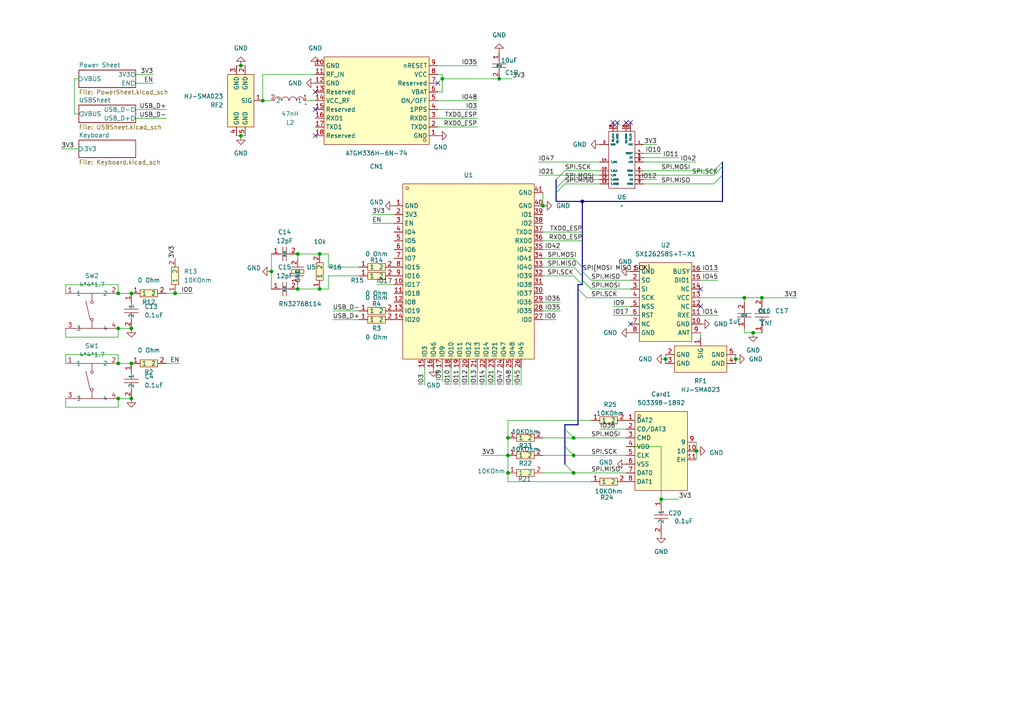
<source format=kicad_sch>
(kicad_sch (version 20250114) (generator "eeschema") (generator_version "9.0")
  (paper "A4")
  (title_block (title "MeshDeck") (company "ThePangel"))
  (lib_symbols
    (symbol "MeshDeck:0402B102K500NT"
      (property "Reference" "C" (at 0 5.08 0))
      (property "Value" "CL05A226MQ5QUNC" (at 0 -5.08 0))
      (symbol "0402B102K500NT_0_1"
        (polyline (pts (xy -0.51 0) (xy -2.54 0)))
        (polyline (pts (xy -0.51 -2.03) (xy -0.51 2.03)))
        (polyline (pts (xy 0.51 2.03) (xy 0.51 -2.03)))
        (polyline (pts (xy 2.54 0) (xy 0.51 0)))
        (pin unspecified line (at -5.08 0 0) (length 2.54) (name "1") (number "1"))
        (pin unspecified line (at 5.08 0 180) (length 2.54) (name "2") (number "2"))
      )
    )
    (symbol "MeshDeck:0402CG120J500NT"
      (property "Reference" "C" (at 0 5.08 0))
      (property "Value" "0402CG120J500NT" (at 0 -5.08 0))
      (symbol "0402CG120J500NT_0_1"
        (polyline (pts (xy -1.27 0) (xy -0.51 0)))
        (polyline (pts (xy -0.51 2.03) (xy -0.51 -2.03)))
        (polyline (pts (xy 0.51 2.03) (xy 0.51 -2.03)))
        (polyline (pts (xy 0.51 0) (xy 1.27 0)))
        (pin input line (at -3.81 0 0) (length 2.54) (name "1") (number "1"))
        (pin input line (at 3.81 0 180) (length 2.54) (name "2") (number "2"))
      )
    )
    (symbol "MeshDeck:0402WGF0000TCE"
      (property "Reference" "R" (at 0 5.08 0))
      (property "Value" "0402WGF0000TCE" (at 0 -5.08 0))
      (symbol "0402WGF0000TCE_0_1"
        (rectangle (start -2.54 1.02) (end 2.54 -1.02) (fill (type background)))
        (pin input line (at -5.08 0 0) (length 2.54) (name "1") (number "1"))
        (pin input line (at 5.08 0 180) (length 2.54) (name "2") (number "2"))
      )
    )
    (symbol "MeshDeck:0402WGF1002TCE"
      (property "Reference" "R" (at 0 5.08 0))
      (property "Value" "0402WGF1002TCE" (at 0 -5.08 0))
      (symbol "0402WGF1002TCE_0_1"
        (rectangle (start -2.54 1.02) (end 2.54 -1.02) (fill (type background)))
        (pin input line (at -5.08 0 0) (length 2.54) (name "1") (number "1"))
        (pin input line (at 5.08 0 180) (length 2.54) (name "2") (number "2"))
      )
    )
    (symbol "MeshDeck:2.8_TFT_Touch_Screen"
      (property "Reference" "U" (at 0 2.794 0))
      (symbol "2.8_TFT_Touch_Screen_0_1"
        (rectangle (start -3.81 10.16) (end 3.81 -6.35))
      )
      (symbol "2.8_TFT_Touch_Screen_1_1"
        (pin input line (at -6.35 6.35 0) (length 2.54) (name "GND") (number "2"))
        (pin input line (at -6.35 1.27 0) (length 2.54) (name "T_IRQ") (number "14"))
        (pin input line (at -6.35 -1.27 0) (length 2.54) (name "T_CLK") (number "10"))
        (pin input line (at -6.35 -2.54 0) (length 2.54) (name "T_CS") (number "11"))
        (pin input line (at -6.35 -3.81 0) (length 2.54) (name "T_MOSI") (number "12"))
        (pin input line (at -6.35 -5.08 0) (length 2.54) (name "T_MISO") (number "13"))
        (pin input line (at -2.54 12.7 270) (length 2.54) (name "SD_CLK") (number "18"))
        (pin input line (at -1.27 12.7 270) (length 2.54) (name "SD_MISO") (number "17"))
        (pin input line (at 1.27 12.7 270) (length 2.54) (name "SD_MOSI") (number "16"))
        (pin input line (at 2.54 12.7 270) (length 2.54) (name "SD_CS") (number "15"))
        (pin input line (at 6.35 6.35 180) (length 2.54) (name "VCC") (number "1"))
        (pin input line (at 6.35 3.81 180) (length 2.54) (name "RESET") (number "4"))
        (pin input line (at 6.35 2.54 180) (length 2.54) (name "DC") (number "5"))
        (pin input line (at 6.35 1.27 180) (length 2.54) (name "LED") (number "8"))
        (pin input line (at 6.35 -1.27 180) (length 2.54) (name "MOSI") (number "6"))
        (pin input line (at 6.35 -2.54 180) (length 2.54) (name "SCK") (number "7"))
        (pin input line (at 6.35 -3.81 180) (length 2.54) (name "CS") (number "3"))
        (pin input line (at 6.35 -5.08 180) (length 2.54) (name "MISO") (number "9"))
      )
    )
    (symbol "MeshDeck:4*4*1.7"
      (property "Reference" "SW" (at 0 8.89 0))
      (property "Value" "4*4*1.7" (at 0 -11.43 0))
      (symbol "4*4*1.7_0_1"
        (polyline (pts (xy -5.08 3.81) (xy 5.08 3.81)))
        (polyline (pts (xy -5.08 -6.35) (xy 5.08 -6.35)))
        (polyline (pts (xy -0.51 -3.81) (xy -1.78 1.52)))
        (polyline (pts (xy 0 1.78) (xy 0 3.81)))
        (circle (center 0 1.27) (radius 0.38))
        (circle (center 0 -3.81) (radius 0.38))
        (polyline (pts (xy 0 -4.32) (xy 0 -6.35)))
        (pin unspecified line (at -7.62 3.81 0) (length 2.54) (name "1") (number "1"))
        (pin unspecified line (at -7.62 -6.35 0) (length 2.54) (name "3") (number "3"))
        (pin unspecified line (at 7.62 3.81 180) (length 2.54) (name "2") (number "2"))
        (pin unspecified line (at 7.62 -6.35 180) (length 2.54) (name "4") (number "4"))
      )
    )
    (symbol "MeshDeck:503398-1892"
      (property "Reference" "Card" (at 0 13.97 0))
      (property "Value" "503398-1892" (at 0 -13.97 0))
      (symbol "503398-1892_0_1"
        (rectangle (start -7.62 11.43) (end 7.62 -11.43) (fill (type background)))
        (circle (center -6.35 10.16) (radius 0.38))
        (pin unspecified line (at -10.16 8.89 0) (length 2.54) (name "DAT2") (number "1"))
        (pin unspecified line (at -10.16 6.35 0) (length 2.54) (name "CD/DAT3") (number "2"))
        (pin unspecified line (at -10.16 3.81 0) (length 2.54) (name "CMD") (number "3"))
        (pin unspecified line (at -10.16 1.27 0) (length 2.54) (name "VDD") (number "4"))
        (pin unspecified line (at -10.16 -1.27 0) (length 2.54) (name "CLK") (number "5"))
        (pin unspecified line (at -10.16 -3.81 0) (length 2.54) (name "VSS") (number "6"))
        (pin unspecified line (at -10.16 -6.35 0) (length 2.54) (name "DAT0") (number "7"))
        (pin unspecified line (at -10.16 -8.89 0) (length 2.54) (name "DAT1") (number "8"))
        (pin unspecified line (at 10.16 2.54 180) (length 2.54) (name "9") (number "9"))
        (pin unspecified line (at 10.16 0 180) (length 2.54) (name "10") (number "10"))
        (pin unspecified line (at 10.16 -2.54 180) (length 2.54) (name "EH") (number "11"))
      )
    )
    (symbol "MeshDeck:ATGM336H-6N-74"
      (property "Reference" "CN" (at 0 15.24 0))
      (property "Value" "ATGM336H-6N-74" (at 0 -15.24 0))
      (symbol "ATGM336H-6N-74_0_1"
        (rectangle (start -15.24 12.7) (end 15.24 -12.7) (fill (type background)))
        (circle (center -13.97 11.43) (radius 0.38))
        (pin unspecified line (at -17.78 10.16 0) (length 2.54) (name "GND") (number "1"))
        (pin unspecified line (at -17.78 7.62 0) (length 2.54) (name "TXD0") (number "2"))
        (pin unspecified line (at -17.78 5.08 0) (length 2.54) (name "RXD0") (number "3"))
        (pin unspecified line (at -17.78 2.54 0) (length 2.54) (name "1PPS") (number "4"))
        (pin unspecified line (at -17.78 0 0) (length 2.54) (name "ON/OFF") (number "5"))
        (pin unspecified line (at -17.78 -2.54 0) (length 2.54) (name "VBAT") (number "6"))
        (pin unspecified line (at -17.78 -5.08 0) (length 2.54) (name "Reserved") (number "7"))
        (pin unspecified line (at -17.78 -7.62 0) (length 2.54) (name "VCC") (number "8"))
        (pin unspecified line (at -17.78 -10.16 0) (length 2.54) (name "nRESET") (number "9"))
        (pin unspecified line (at 17.78 10.16 180) (length 2.54) (name "Reserved") (number "18"))
        (pin unspecified line (at 17.78 7.62 180) (length 2.54) (name "TXD1") (number "17"))
        (pin unspecified line (at 17.78 5.08 180) (length 2.54) (name "RXD1") (number "16"))
        (pin unspecified line (at 17.78 2.54 180) (length 2.54) (name "Reserved") (number "15"))
        (pin unspecified line (at 17.78 0 180) (length 2.54) (name "VCC_RF") (number "14"))
        (pin unspecified line (at 17.78 -2.54 180) (length 2.54) (name "Reserved") (number "13"))
        (pin unspecified line (at 17.78 -5.08 180) (length 2.54) (name "GND") (number "12"))
        (pin unspecified line (at 17.78 -7.62 180) (length 2.54) (name "RF_IN") (number "11"))
        (pin unspecified line (at 17.78 -10.16 180) (length 2.54) (name "GND") (number "10"))
      )
    )
    (symbol "MeshDeck:CL05A105KP5NNNC"
      (property "Reference" "C" (at 0 5.08 0))
      (property "Value" "CL05A105KP5NNNC" (at 0 -5.08 0))
      (symbol "CL05A105KP5NNNC_0_1"
        (polyline (pts (xy -1.27 0) (xy -0.51 0)))
        (polyline (pts (xy -0.51 2.03) (xy -0.51 -2.03)))
        (polyline (pts (xy 0.51 2.03) (xy 0.51 -2.03)))
        (polyline (pts (xy 0.51 0) (xy 1.27 0)))
        (pin input line (at -3.81 0 0) (length 2.54) (name "1") (number "1"))
        (pin input line (at 3.81 0 180) (length 2.54) (name "2") (number "2"))
      )
    )
    (symbol "MeshDeck:CL05A106MQ5NUNC"
      (property "Reference" "C" (at 0 5.08 0))
      (property "Value" "CL05A106MQ5NUNC" (at 0 -5.08 0))
      (symbol "CL05A106MQ5NUNC_0_1"
        (polyline (pts (xy -1.27 0) (xy -0.51 0)))
        (polyline (pts (xy -0.51 2.03) (xy -0.51 -2.03)))
        (polyline (pts (xy 0.51 2.03) (xy 0.51 -2.03)))
        (polyline (pts (xy 0.51 0) (xy 1.27 0)))
        (pin input line (at -3.81 0 0) (length 2.54) (name "1") (number "1"))
        (pin input line (at 3.81 0 180) (length 2.54) (name "2") (number "2"))
      )
    )
    (symbol "MeshDeck:CL05B104KO5NNNC"
      (property "Reference" "C" (at 0 5.08 0))
      (property "Value" "CL05B104KO5NNNC" (at 0 -5.08 0))
      (symbol "CL05B104KO5NNNC_0_1"
        (polyline (pts (xy -0.51 0) (xy -2.54 0)))
        (polyline (pts (xy -0.51 -2.03) (xy -0.51 2.03)))
        (polyline (pts (xy 0.51 2.03) (xy 0.51 -2.03)))
        (polyline (pts (xy 2.54 0) (xy 0.51 0)))
        (pin unspecified line (at -5.08 0 0) (length 2.54) (name "1") (number "1"))
        (pin unspecified line (at 5.08 0 180) (length 2.54) (name "2") (number "2"))
      )
    )
    (symbol "MeshDeck:ESP32-S3-WROOM-1U-N16R8"
      (property "Reference" "U" (at 0 27.94 0))
      (symbol "ESP32-S3-WROOM-1U-N16R8_0_1"
        (rectangle (start -19.05 30.48) (end 19.05 -20.32) (fill (type background)))
        (circle (center -17.78 29.21) (radius 0.38))
        (pin unspecified line (at -21.59 24.13 0) (length 2.54) (name "GND") (number "1"))
        (pin unspecified line (at -21.59 21.59 0) (length 2.54) (name "3V3") (number "2"))
        (pin unspecified line (at -21.59 19.05 0) (length 2.54) (name "EN") (number "3"))
        (pin unspecified line (at -21.59 16.51 0) (length 2.54) (name "IO4") (number "4"))
        (pin unspecified line (at -21.59 13.97 0) (length 2.54) (name "IO5") (number "5"))
        (pin unspecified line (at -21.59 11.43 0) (length 2.54) (name "IO6") (number "6"))
        (pin unspecified line (at -21.59 8.89 0) (length 2.54) (name "IO7") (number "7"))
        (pin unspecified line (at -21.59 6.35 0) (length 2.54) (name "IO15") (number "8"))
        (pin unspecified line (at -21.59 3.81 0) (length 2.54) (name "IO16") (number "9"))
        (pin unspecified line (at -21.59 1.27 0) (length 2.54) (name "IO17") (number "10"))
        (pin unspecified line (at -21.59 -1.27 0) (length 2.54) (name "IO18") (number "11"))
        (pin unspecified line (at -21.59 -3.81 0) (length 2.54) (name "IO8") (number "12"))
        (pin unspecified line (at -21.59 -6.35 0) (length 2.54) (name "IO19") (number "13"))
        (pin unspecified line (at -21.59 -8.89 0) (length 2.54) (name "IO20") (number "14"))
        (pin unspecified line (at -12.7 -22.86 90) (length 2.54) (name "IO3") (number "15"))
        (pin unspecified line (at -10.16 -22.86 90) (length 2.54) (name "IO46") (number "16"))
        (pin unspecified line (at -7.62 -22.86 90) (length 2.54) (name "IO9") (number "17"))
        (pin unspecified line (at -5.08 -22.86 90) (length 2.54) (name "IO10") (number "18"))
        (pin unspecified line (at -2.54 -22.86 90) (length 2.54) (name "IO11") (number "19"))
        (pin unspecified line (at 0 -22.86 90) (length 2.54) (name "IO12") (number "20"))
        (pin unspecified line (at 2.54 -22.86 90) (length 2.54) (name "IO13") (number "21"))
        (pin unspecified line (at 5.08 -22.86 90) (length 2.54) (name "IO14") (number "22"))
        (pin unspecified line (at 7.62 -22.86 90) (length 2.54) (name "IO21") (number "23"))
        (pin unspecified line (at 10.16 -22.86 90) (length 2.54) (name "IO47") (number "24"))
        (pin unspecified line (at 12.7 -22.86 90) (length 2.54) (name "IO48") (number "25"))
        (pin unspecified line (at 15.24 -22.86 90) (length 2.54) (name "IO45") (number "26"))
        (pin unspecified line (at 21.59 27.94 180) (length 2.54) (name "GND") (number "41"))
        (pin unspecified line (at 21.59 24.13 180) (length 2.54) (name "GND") (number "40"))
        (pin unspecified line (at 21.59 21.59 180) (length 2.54) (name "IO1") (number "39"))
        (pin unspecified line (at 21.59 19.05 180) (length 2.54) (name "IO2") (number "38"))
        (pin unspecified line (at 21.59 16.51 180) (length 2.54) (name "TXD0") (number "37"))
        (pin unspecified line (at 21.59 13.97 180) (length 2.54) (name "RXD0") (number "36"))
        (pin unspecified line (at 21.59 11.43 180) (length 2.54) (name "IO42") (number "35"))
        (pin unspecified line (at 21.59 8.89 180) (length 2.54) (name "IO41") (number "34"))
        (pin unspecified line (at 21.59 6.35 180) (length 2.54) (name "IO40") (number "33"))
        (pin unspecified line (at 21.59 3.81 180) (length 2.54) (name "IO39") (number "32"))
        (pin unspecified line (at 21.59 1.27 180) (length 2.54) (name "IO38") (number "31"))
        (pin unspecified line (at 21.59 -1.27 180) (length 2.54) (name "IO37") (number "30"))
        (pin unspecified line (at 21.59 -3.81 180) (length 2.54) (name "IO36") (number "29"))
        (pin unspecified line (at 21.59 -6.35 180) (length 2.54) (name "IO35") (number "28"))
        (pin unspecified line (at 21.59 -8.89 180) (length 2.54) (name "IO0") (number "27"))
      )
    )
    (symbol "MeshDeck:HJ-SMA023"
      (property "Reference" "RF" (at 0 15.24 0))
      (property "Value" "HJ-SMA023" (at 0 -15.24 0))
      (symbol "HJ-SMA023_0_1"
        (rectangle (start -2.54 7.62) (end 5.08 -7.62) (fill (type background)))
        (pin unspecified line (at -5.08 0 0) (length 2.54) (name "SIG") (number "1"))
        (pin unspecified line (at 0 10.16 270) (length 2.54) (name "GND") (number "5"))
        (pin unspecified line (at 0 -10.16 90) (length 2.54) (name "GND") (number "2"))
        (pin unspecified line (at 2.54 10.16 270) (length 2.54) (name "GND") (number "4"))
        (pin unspecified line (at 2.54 -10.16 90) (length 2.54) (name "GND") (number "3"))
      )
    )
    (symbol "MeshDeck:LQG15HH47NG02D"
      (property "Reference" "L" (at 0 5.08 0))
      (property "Value" "LQG15HH47NG02D" (at 0 -5.08 0))
      (symbol "LQG15HH47NG02D_0_1"
        (circle (center -4.83 1.02) (radius 0.13))
        (arc (start -2.27 -0.02) (mid -3.28 -1.1255) (end -4.29 -0.02))
        (arc (start -0.11 -0.02) (mid -1.12 -1.1204) (end -2.13 -0.02))
        (arc (start 2.04 -0.02) (mid 1.03 -1.1204) (end 0.02 -0.02))
        (arc (start 4.23 -0.02) (mid 3.22 -1.1204) (end 2.21 -0.02))
        (pin unspecified line (at -5.08 0 0) (length 0.762) (name "1") (number "1"))
        (pin unspecified line (at 5.08 0 180) (length 0.762) (name "2") (number "2"))
      )
    )
    (symbol "MeshDeck:QR0402F1KQ10"
      (property "Reference" "R" (at 0 5.08 0))
      (property "Value" "QR0402F1KQ10" (at 0 -5.08 0))
      (symbol "QR0402F1KQ10_0_1"
        (rectangle (start -2.54 1.02) (end 2.54 -1.02) (fill (type background)))
        (pin unspecified line (at -5.08 0 0) (length 2.54) (name "1") (number "1"))
        (pin unspecified line (at 5.08 0 180) (length 2.54) (name "2") (number "2"))
      )
    )
    (symbol "MeshDeck:RN32768114"
      (property "Reference" "U" (at 0 5.08 0))
      (property "Value" "RN32768114" (at 0 -5.08 0))
      (symbol "RN32768114_0_1"
        (polyline (pts (xy -1.27 -1.78) (xy -1.27 1.78)))
        (rectangle (start -0.51 1.78) (end 0.51 -1.78) (fill (type background)))
        (polyline (pts (xy 1.27 -1.78) (xy 1.27 1.78)))
        (pin input line (at -3.81 0 0) (length 2.54) (name "1") (number "1"))
        (pin input line (at 3.81 0 180) (length 2.54) (name "GND") (number "2"))
      )
    )
    (symbol "MeshDeck:SX1262S8S+T-X1"
      (property "Reference" "U" (at 0 12.7 0))
      (property "Value" "SX1262S8S+T-X1" (at 0 -15.24 0))
      (symbol "SX1262S8S+T-X1_0_1"
        (rectangle (start -7.62 10.16) (end 7.62 -12.7) (fill (type background)))
        (circle (center -6.35 8.89) (radius 0.38))
        (pin unspecified line (at -10.16 7.62 0) (length 2.54) (name "GND") (number "1"))
        (pin unspecified line (at -10.16 5.08 0) (length 2.54) (name "SO") (number "2"))
        (pin unspecified line (at -10.16 2.54 0) (length 2.54) (name "SI") (number "3"))
        (pin unspecified line (at -10.16 0 0) (length 2.54) (name "SCK") (number "4"))
        (pin unspecified line (at -10.16 -2.54 0) (length 2.54) (name "NSS") (number "5"))
        (pin unspecified line (at -10.16 -5.08 0) (length 2.54) (name "RST") (number "6"))
        (pin unspecified line (at -10.16 -7.62 0) (length 2.54) (name "NC") (number "7"))
        (pin unspecified line (at -10.16 -10.16 0) (length 2.54) (name "GND") (number "8"))
        (pin unspecified line (at 10.16 7.62 180) (length 2.54) (name "BUSY") (number "16"))
        (pin unspecified line (at 10.16 5.08 180) (length 2.54) (name "DIO1") (number "15"))
        (pin unspecified line (at 10.16 2.54 180) (length 2.54) (name "NC") (number "14"))
        (pin unspecified line (at 10.16 0 180) (length 2.54) (name "VCC") (number "13"))
        (pin unspecified line (at 10.16 -2.54 180) (length 2.54) (name "NC") (number "12"))
        (pin unspecified line (at 10.16 -5.08 180) (length 2.54) (name "RXE") (number "11"))
        (pin unspecified line (at 10.16 -7.62 180) (length 2.54) (name "GND") (number "10"))
        (pin unspecified line (at 10.16 -10.16 180) (length 2.54) (name "ANT") (number "9"))
      )
    )
    (symbol "power:GND" (power) (pin_numbers (hide yes)) (pin_names (offset 0) (hide yes))
      (property "Value" "GND" (at 0 -3.81 0))
      (symbol "GND_0_1"
        (polyline (pts (xy 0 0) (xy 0 -1.27) (xy 1.27 -1.27) (xy 0 -2.54) (xy -1.27 -1.27) (xy 0 -1.27)))
      )
      (symbol "GND_1_1"
        (pin power_in line (at 0 0 270) (length 0) (name "~") (number "1"))
      )
    )
  )
  (junction (at 191.77 144.78))
  (junction (at 193.04 104.14))
  (junction (at 86.36 83.82))
  (junction (at 38.1 115.57))
  (junction (at 157.48 59.69))
  (junction (at 34.29 85.09))
  (junction (at 50.8 85.09))
  (junction (at 38.1 95.25))
  (junction (at 201.93 130.81))
  (junction (at 215.9 86.36))
  (junction (at 168.91 58.42))
  (junction (at 147.32 137.16))
  (junction (at 86.36 73.66))
  (junction (at 34.29 115.57))
  (junction (at 166.37 127))
  (junction (at 218.44 96.52))
  (junction (at 92.71 83.82))
  (junction (at 38.1 85.09))
  (junction (at 213.36 104.14))
  (junction (at 147.32 132.08))
  (junction (at 147.32 127))
  (junction (at 34.29 105.41))
  (junction (at 220.98 86.36))
  (junction (at 69.85 19.05))
  (junction (at 128.27 22.86))
  (junction (at 69.85 39.37))
  (junction (at 34.29 95.25))
  (junction (at 78.74 78.74))
  (junction (at 144.78 22.86))
  (junction (at 166.37 137.16))
  (junction (at 166.37 132.08))
  (junction (at 38.1 105.41))
  (junction (at 76.2 29.21))
  (junction (at 92.71 73.66))
  (no_connect (at 179.07 35.56))
  (no_connect (at 203.2 88.9))
  (no_connect (at 181.61 35.56))
  (no_connect (at 177.8 35.56))
  (no_connect (at 127 24.13))
  (no_connect (at 91.44 39.37))
  (no_connect (at 182.88 35.56))
  (no_connect (at 91.44 26.67))
  (no_connect (at 182.88 93.98))
  (no_connect (at 91.44 31.75))
  (no_connect (at 203.2 83.82))
  (bus_entry (at 161.29 55.88) (size 2.54 -2.54))
  (bus_entry (at 207.01 49.53) (size 2.54 -2.54))
  (bus_entry (at 166.37 74.93) (size 2.54 2.54))
  (bus_entry (at 168.91 78.74) (size 2.54 2.54))
  (bus_entry (at 207.01 53.34) (size 2.54 -2.54))
  (bus_entry (at 167.64 83.82) (size 2.54 2.54))
  (bus_entry (at 166.37 80.01) (size 2.54 2.54))
  (bus_entry (at 163.83 134.62) (size 2.54 2.54))
  (bus_entry (at 161.29 52.07) (size 2.54 -2.54))
  (bus_entry (at 166.37 77.47) (size 2.54 2.54))
  (bus_entry (at 168.91 81.28) (size 2.54 2.54))
  (bus_entry (at 163.83 124.46) (size 2.54 2.54))
  (bus_entry (at 207.01 50.8) (size 2.54 -2.54))
  (bus_entry (at 163.83 129.54) (size 2.54 2.54))
  (bus_entry (at 161.29 54.61) (size 2.54 -2.54))
  (wire (pts (xy 50.8 85.09) (xy 48.26 85.09)))
  (wire (pts (xy 147.32 132.08) (xy 147.32 137.16)))
  (wire (pts (xy 186.69 49.53) (xy 207.01 49.53)))
  (wire (pts (xy 220.98 96.52) (xy 218.44 96.52)))
  (wire (pts (xy 19.05 102.87) (xy 34.29 102.87)))
  (wire (pts (xy 128.27 21.59) (xy 127 21.59)))
  (wire (pts (xy 95.25 77.47) (xy 95.25 73.66)))
  (wire (pts (xy 157.48 74.93) (xy 166.37 74.93)))
  (bus (pts (xy 168.91 78.74) (xy 168.91 80.01)))
  (wire (pts (xy 34.29 115.57) (xy 38.1 115.57)))
  (wire (pts (xy 203.2 97.79) (xy 203.2 96.52)))
  (wire (pts (xy 147.32 139.7) (xy 147.32 137.16)))
  (wire (pts (xy 177.8 91.44) (xy 182.88 91.44)))
  (wire (pts (xy 86.36 82.55) (xy 86.36 83.82)))
  (wire (pts (xy 220.98 86.36) (xy 215.9 86.36)))
  (wire (pts (xy 69.85 19.05) (xy 68.58 19.05)))
  (wire (pts (xy 144.78 22.86) (xy 128.27 22.86)))
  (wire (pts (xy 135.89 111.76) (xy 135.89 106.68)))
  (wire (pts (xy 215.9 96.52) (xy 215.9 95.25)))
  (wire (pts (xy 191.77 129.54) (xy 181.61 129.54)))
  (wire (pts (xy 162.56 72.39) (xy 157.48 72.39)))
  (wire (pts (xy 148.59 111.76) (xy 148.59 106.68)))
  (wire (pts (xy 19.05 85.09) (xy 19.05 82.55)))
  (wire (pts (xy 156.21 50.8) (xy 173.99 50.8)))
  (wire (pts (xy 218.44 96.52) (xy 215.9 96.52)))
  (wire (pts (xy 34.29 82.55) (xy 34.29 85.09)))
  (wire (pts (xy 203.2 78.74) (xy 208.28 78.74)))
  (wire (pts (xy 138.43 34.29) (xy 127 34.29)))
  (wire (pts (xy 157.48 132.08) (xy 166.37 132.08)))
  (wire (pts (xy 78.74 78.74) (xy 78.74 83.82)))
  (bus (pts (xy 161.29 54.61) (xy 161.29 55.88)))
  (wire (pts (xy 138.43 31.75) (xy 127 31.75)))
  (wire (pts (xy 163.83 49.53) (xy 173.99 49.53)))
  (wire (pts (xy 191.77 144.78) (xy 191.77 129.54)))
  (wire (pts (xy 17.78 43.18) (xy 22.86 43.18)))
  (bus (pts (xy 168.91 80.01) (xy 168.91 81.28)))
  (wire (pts (xy 71.12 19.05) (xy 69.85 19.05)))
  (wire (pts (xy 21.59 33.02) (xy 21.59 22.86)))
  (wire (pts (xy 166.37 127) (xy 181.61 127)))
  (wire (pts (xy 128.27 22.86) (xy 128.27 21.59)))
  (bus (pts (xy 168.91 81.28) (xy 168.91 82.55)))
  (wire (pts (xy 171.45 139.7) (xy 147.32 139.7)))
  (wire (pts (xy 190.5 41.91) (xy 186.69 41.91)))
  (wire (pts (xy 157.48 80.01) (xy 166.37 80.01)))
  (wire (pts (xy 143.51 111.76) (xy 143.51 106.68)))
  (wire (pts (xy 203.2 91.44) (xy 208.28 91.44)))
  (wire (pts (xy 168.91 69.85) (xy 157.48 69.85)))
  (wire (pts (xy 166.37 132.08) (xy 181.61 132.08)))
  (wire (pts (xy 156.21 46.99) (xy 173.99 46.99)))
  (wire (pts (xy 86.36 74.93) (xy 86.36 73.66)))
  (wire (pts (xy 163.83 52.07) (xy 173.99 52.07)))
  (wire (pts (xy 39.37 24.13) (xy 44.45 24.13)))
  (wire (pts (xy 168.91 67.31) (xy 157.48 67.31)))
  (wire (pts (xy 76.2 21.59) (xy 76.2 29.21)))
  (bus (pts (xy 209.55 50.8) (xy 209.55 48.26)))
  (wire (pts (xy 146.05 111.76) (xy 146.05 106.68)))
  (bus (pts (xy 161.29 58.42) (xy 168.91 58.42)))
  (wire (pts (xy 104.14 80.01) (xy 95.25 80.01)))
  (wire (pts (xy 186.69 52.07) (xy 190.5 52.07)))
  (wire (pts (xy 162.56 87.63) (xy 157.48 87.63)))
  (wire (pts (xy 19.05 82.55) (xy 34.29 82.55)))
  (wire (pts (xy 186.69 50.8) (xy 207.01 50.8)))
  (wire (pts (xy 151.13 111.76) (xy 151.13 106.68)))
  (wire (pts (xy 34.29 102.87) (xy 34.29 105.41)))
  (bus (pts (xy 167.64 82.55) (xy 167.64 83.82)))
  (wire (pts (xy 166.37 137.16) (xy 181.61 137.16)))
  (wire (pts (xy 22.86 33.02) (xy 21.59 33.02)))
  (wire (pts (xy 147.32 121.92) (xy 171.45 121.92)))
  (wire (pts (xy 193.04 104.14) (xy 193.04 105.41)))
  (wire (pts (xy 148.59 22.86) (xy 144.78 22.86)))
  (wire (pts (xy 203.2 86.36) (xy 215.9 86.36)))
  (wire (pts (xy 48.26 31.75) (xy 39.37 31.75)))
  (wire (pts (xy 86.36 83.82) (xy 92.71 83.82)))
  (wire (pts (xy 201.93 128.27) (xy 201.93 130.81)))
  (wire (pts (xy 34.29 118.11) (xy 34.29 115.57)))
  (wire (pts (xy 157.48 137.16) (xy 166.37 137.16)))
  (bus (pts (xy 167.64 123.19) (xy 167.64 83.82)))
  (wire (pts (xy 128.27 110.49) (xy 128.27 106.68)))
  (wire (pts (xy 161.29 92.71) (xy 157.48 92.71)))
  (wire (pts (xy 171.45 83.82) (xy 182.88 83.82)))
  (wire (pts (xy 95.25 83.82) (xy 92.71 83.82)))
  (bus (pts (xy 161.29 52.07) (xy 161.29 54.61)))
  (wire (pts (xy 48.26 34.29) (xy 39.37 34.29)))
  (wire (pts (xy 147.32 127) (xy 147.32 132.08)))
  (wire (pts (xy 140.97 111.76) (xy 140.97 106.68)))
  (bus (pts (xy 168.91 58.42) (xy 209.55 58.42)))
  (wire (pts (xy 88.9 29.21) (xy 91.44 29.21)))
  (wire (pts (xy 109.22 82.55) (xy 114.3 82.55)))
  (wire (pts (xy 138.43 36.83) (xy 127 36.83)))
  (wire (pts (xy 34.29 97.79) (xy 34.29 95.25)))
  (wire (pts (xy 170.18 86.36) (xy 182.88 86.36)))
  (wire (pts (xy 130.81 111.76) (xy 130.81 106.68)))
  (bus (pts (xy 167.64 82.55) (xy 168.91 82.55)))
  (wire (pts (xy 39.37 21.59) (xy 44.45 21.59)))
  (bus (pts (xy 163.83 123.19) (xy 163.83 124.46)))
  (wire (pts (xy 34.29 85.09) (xy 38.1 85.09)))
  (wire (pts (xy 147.32 121.92) (xy 147.32 127)))
  (bus (pts (xy 161.29 55.88) (xy 161.29 58.42)))
  (wire (pts (xy 157.48 127) (xy 166.37 127)))
  (bus (pts (xy 209.55 58.42) (xy 209.55 50.8)))
  (wire (pts (xy 107.95 62.23) (xy 114.3 62.23)))
  (wire (pts (xy 186.69 45.72) (xy 196.85 45.72)))
  (wire (pts (xy 96.52 90.17) (xy 104.14 90.17)))
  (wire (pts (xy 19.05 115.57) (xy 19.05 118.11)))
  (wire (pts (xy 171.45 81.28) (xy 182.88 81.28)))
  (wire (pts (xy 69.85 39.37) (xy 68.58 39.37)))
  (wire (pts (xy 86.36 73.66) (xy 92.71 73.66)))
  (wire (pts (xy 138.43 19.05) (xy 127 19.05)))
  (wire (pts (xy 163.83 53.34) (xy 173.99 53.34)))
  (wire (pts (xy 213.36 104.14) (xy 213.36 105.41)))
  (bus (pts (xy 168.91 58.42) (xy 168.91 77.47)))
  (wire (pts (xy 128.27 26.67) (xy 128.27 22.86)))
  (bus (pts (xy 209.55 48.26) (xy 209.55 46.99)))
  (wire (pts (xy 220.98 86.36) (xy 231.14 86.36)))
  (wire (pts (xy 19.05 105.41) (xy 19.05 102.87)))
  (wire (pts (xy 215.9 86.36) (xy 215.9 87.63)))
  (wire (pts (xy 147.32 132.08) (xy 139.7 132.08)))
  (wire (pts (xy 104.14 77.47) (xy 95.25 77.47)))
  (wire (pts (xy 96.52 92.71) (xy 104.14 92.71)))
  (wire (pts (xy 157.48 77.47) (xy 166.37 77.47)))
  (wire (pts (xy 107.95 64.77) (xy 114.3 64.77)))
  (wire (pts (xy 19.05 95.25) (xy 19.05 97.79)))
  (wire (pts (xy 78.74 73.66) (xy 78.74 78.74)))
  (bus (pts (xy 168.91 78.74) (xy 168.91 77.47)))
  (wire (pts (xy 123.19 111.76) (xy 123.19 106.68)))
  (wire (pts (xy 71.12 39.37) (xy 69.85 39.37)))
  (wire (pts (xy 157.48 55.88) (xy 157.48 59.69)))
  (wire (pts (xy 173.99 124.46) (xy 181.61 124.46)))
  (wire (pts (xy 177.8 88.9) (xy 182.88 88.9)))
  (wire (pts (xy 52.07 105.41) (xy 48.26 105.41)))
  (wire (pts (xy 55.88 85.09) (xy 50.8 85.09)))
  (wire (pts (xy 19.05 97.79) (xy 34.29 97.79)))
  (wire (pts (xy 133.35 111.76) (xy 133.35 106.68)))
  (wire (pts (xy 186.69 44.45) (xy 191.77 44.45)))
  (bus (pts (xy 163.83 123.19) (xy 167.64 123.19)))
  (wire (pts (xy 127 26.67) (xy 128.27 26.67)))
  (wire (pts (xy 138.43 29.21) (xy 127 29.21)))
  (wire (pts (xy 91.44 21.59) (xy 76.2 21.59)))
  (wire (pts (xy 95.25 73.66) (xy 92.71 73.66)))
  (wire (pts (xy 196.85 144.78) (xy 191.77 144.78)))
  (wire (pts (xy 34.29 95.25) (xy 38.1 95.25)))
  (bus (pts (xy 163.83 124.46) (xy 163.83 129.54)))
  (wire (pts (xy 186.69 46.99) (xy 201.93 46.99)))
  (wire (pts (xy 78.74 29.21) (xy 76.2 29.21)))
  (bus (pts (xy 163.83 129.54) (xy 163.83 134.62)))
  (wire (pts (xy 213.36 102.87) (xy 213.36 104.14)))
  (wire (pts (xy 34.29 105.41) (xy 38.1 105.41)))
  (wire (pts (xy 19.05 118.11) (xy 34.29 118.11)))
  (wire (pts (xy 203.2 81.28) (xy 208.28 81.28)))
  (wire (pts (xy 95.25 80.01) (xy 95.25 83.82)))
  (wire (pts (xy 162.56 90.17) (xy 157.48 90.17)))
  (wire (pts (xy 21.59 22.86) (xy 22.86 22.86)))
  (wire (pts (xy 201.93 130.81) (xy 201.93 133.35)))
  (wire (pts (xy 193.04 102.87) (xy 193.04 104.14)))
  (wire (pts (xy 138.43 111.76) (xy 138.43 106.68)))
  (wire (pts (xy 186.69 53.34) (xy 207.01 53.34)))
  (label "IO47" (at 146.05 111.76 90))
  (label "IO21" (at 156.21 50.8 0))
  (label "3V3" (at 17.78 43.18 0))
  (label "IO35" (at 138.43 19.05 180))
  (label "IO42" (at 162.56 72.39 180))
  (label "IO45" (at 151.13 111.76 90))
  (label "IO3" (at 138.43 31.75 180))
  (label "IO9" (at 128.27 110.49 90))
  (label "SPI.MOSI" (at 158.75 74.93 0))
  (label "IO10" (at 130.81 111.76 90))
  (label "IO13" (at 138.43 111.76 90))
  (label "IO35" (at 162.56 90.17 180))
  (label "IO36" (at 162.56 87.63 180))
  (label "EN" (at 44.45 24.13 180))
  (label "IO9" (at 177.8 88.9 0))
  (label "IO42" (at 201.93 46.99 180))
  (label "SPI.MOSI" (at 171.45 127 0))
  (label "SPI.SCK" (at 171.45 132.08 0))
  (label "IO11" (at 133.35 111.76 90))
  (label "IO36" (at 173.99 124.46 0))
  (label "SPI.MISO" (at 158.75 77.47 0))
  (label "IO17" (at 177.8 91.44 0))
  (label "3V3" (at 50.8 74.93 90))
  (label "IO12" (at 135.89 111.76 90))
  (label "IO11" (at 196.85 45.72 180))
  (label "SPI.MISO" (at 191.77 53.34 0))
  (label "IO45" (at 208.28 81.28 180))
  (label "SPI.MISO" (at 171.45 137.16 0))
  (label "USB_D-" (at 96.52 90.17 0))
  (label "USB_D+" (at 96.52 92.71 0))
  (label "3V3" (at 196.85 144.78 0))
  (label "SPI.SCK" (at 158.75 80.01 0))
  (label "SPI.MOSI" (at 191.77 49.53 0))
  (label "IO3" (at 123.19 111.76 90))
  (label "3V3" (at 139.7 132.08 0))
  (label "3V3" (at 190.5 41.91 180))
  (label "IO21" (at 143.51 111.76 90))
  (label "EN" (at 52.07 105.41 180))
  (label "IO47" (at 156.21 46.99 0))
  (label "IO0" (at 161.29 92.71 180))
  (label "SPI.MISO" (at 163.83 53.34 0))
  (label "SPI.MOSI" (at 163.83 52.07 0))
  (label "3V3" (at 148.59 22.86 0))
  (label "SPI.MOSI" (at 171.45 83.82 0))
  (label "IO10" (at 191.77 44.45 180))
  (label "TXD0_ESP" (at 168.91 67.31 180))
  (label "USB_D-" (at 48.26 34.29 180))
  (label "IO0" (at 55.88 85.09 180))
  (label "IO48" (at 138.43 29.21 180))
  (label "3V3" (at 107.95 62.23 0))
  (label "RXD0_ESP" (at 168.91 69.85 180))
  (label "IO17" (at 109.22 82.55 0))
  (label "IO48" (at 148.59 111.76 90))
  (label "SPI.SCK" (at 200.66 50.8 0))
  (label "3V3" (at 231.14 86.36 180))
  (label "SPI.MISO" (at 171.45 81.28 0))
  (label "IO12" (at 190.5 52.07 180))
  (label "EN" (at 107.95 64.77 0))
  (label "IO14" (at 140.97 111.76 90))
  (label "SPI{MOSI MISO SCK}" (at 168.91 78.74 0))
  (label "TXD0_ESP" (at 138.43 34.29 180))
  (label "3V3" (at 44.45 21.59 180))
  (label "IO14" (at 208.28 91.44 180))
  (label "SPI.SCK" (at 171.45 86.36 0))
  (label "USB_D+" (at 48.26 31.75 180))
  (label "RXD0_ESP" (at 138.43 36.83 180))
  (label "IO13" (at 208.28 78.74 180))
  (label "SPI.SCK" (at 163.83 49.53 0))
  (symbol (lib_id "power:GND") (at 127 39.37 90) (unit 1)
    (property "Reference" "#PWR037" (effects (hide yes)))
    (property "Value" "GND" (at 125.73 42.672 90) (effects (justify right)))
    (property "Description" "Power symbol creates a global label with name \"GND\" , ground" (effects (hide yes)))
  )
  (symbol (lib_id "power:GND") (at 144.78 15.24 180) (unit 1)
    (property "Reference" "#PWR043" (effects (hide yes)))
    (property "Value" "GND" (at 144.78 10.16 0))
    (property "Description" "Power symbol creates a global label with name \"GND\" , ground" (effects (hide yes)))
  )
  (symbol (lib_id "MeshDeck:0402CG120J500NT") (at 82.55 83.82 0) (unit 1)
    (property "Reference" "C15" (at 82.55 77.47 0))
    (property "Value" "12pF" (at 82.55 80.01 0))
    (property "Footprint" "MeshDeck:C0402" (effects (hide yes)))
    (property "Datasheet" "https://lcsc.com/product-detail/Multilayer-Ceramic-Capacitors-MLCC-SMD-SMT_12pF-120-5-50V_C1547.html" (effects (hide yes)))
    (property "LCSC Part" "C1547" (effects (hide yes)))
  )
  (symbol (lib_id "MeshDeck:CL05B104KO5NNNC") (at 38.1 90.17 270) (unit 1)
    (property "Reference" "C13" (at 41.91 88.8999 90) (effects (justify left)))
    (property "Value" "0.1uF" (at 41.91 91.4399 90) (effects (justify left)))
    (property "Footprint" "MeshDeck:C0402" (effects (hide yes)))
    (property "Datasheet" "https://lcsc.com/product-detail/Multilayer-Ceramic-Capacitors-MLCC-SMD-SMT_SAMSUNG_CL05B104KO5NNNC_100nF-104-10-16V_C1525.html" (effects (hide yes)))
    (property "LCSC Part" "C1525" (effects (hide yes)))
  )
  (symbol (lib_id "MeshDeck:0402CG120J500NT") (at 82.55 73.66 0) (unit 1)
    (property "Reference" "C14" (at 82.55 67.31 0))
    (property "Value" "12pF" (at 82.55 69.85 0))
    (property "Footprint" "MeshDeck:C0402" (effects (hide yes)))
    (property "Datasheet" "https://lcsc.com/product-detail/Multilayer-Ceramic-Capacitors-MLCC-SMD-SMT_12pF-120-5-50V_C1547.html" (effects (hide yes)))
    (property "LCSC Part" "C1547" (effects (hide yes)))
  )
  (symbol (lib_id "power:GND") (at 173.99 41.91 270) (unit 1)
    (property "Reference" "#PWR031" (effects (hide yes)))
    (property "Value" "GND" (at 170.18 41.9099 90) (effects (justify right)))
    (property "Description" "Power symbol creates a global label with name \"GND\" , ground" (effects (hide yes)))
  )
  (symbol (lib_id "MeshDeck:0402WGF0000TCE") (at 109.22 92.71 0) (unit 1)
    (property "Reference" "R3" (at 109.22 95.25 0))
    (property "Value" "0 Ohm" (at 109.22 97.79 0))
    (property "Footprint" "MeshDeck:R0402" (effects (hide yes)))
    (property "Datasheet" "https://lcsc.com/product-detail/Chip-Resistor-Surface-Mount-UniOhm_0R-0R0-1_C17168.html" (effects (hide yes)))
    (property "LCSC Part" "C17168" (effects (hide yes)))
  )
  (symbol (lib_id "MeshDeck:RN32768114") (at 86.36 78.74 90) (unit 1)
    (property "Reference" "U5" (at 88.9 77.4699 90) (effects (justify right)))
    (property "Value" "RN32768114" (at 80.772 88.138 90) (effects (justify right)))
    (property "Footprint" "MeshDeck:OSC-TH_BD2.0-P0.50" (effects (hide yes)))
    (property "LCSC Part" "C7206316" (effects (hide yes)))
  )
  (symbol (lib_id "MeshDeck:CL05A105KP5NNNC") (at 215.9 91.44 90) (unit 1)
    (property "Reference" "C16" (at 219.71 90.1699 90) (effects (justify right)))
    (property "Value" "1uF" (at 211.328 93.218 90) (effects (justify right)))
    (property "Footprint" "MeshDeck:C0402" (effects (hide yes)))
    (property "Datasheet" "https://lcsc.com/product-detail/Multilayer-Ceramic-Capacitors-MLCC-SMD-SMT_SAMSUNG_CL05A105KP5NNNC_1uF-105-10-10V_C14445.html" (effects (hide yes)))
    (property "LCSC Part" "C14445" (effects (hide yes)))
  )
  (symbol (lib_id "MeshDeck:CL05A106MQ5NUNC") (at 144.78 19.05 270) (unit 1)
    (property "Reference" "C19" (at 150.368 21.082 90) (effects (justify right)))
    (property "Value" "10uF" (at 150.114 17.526 90) (effects (justify right)))
    (property "Footprint" "MeshDeck:C0402" (effects (hide yes)))
    (property "Datasheet" "https://lcsc.com/product-detail/Multilayer-Ceramic-Capacitors-MLCC-SMD-SMT_SAMSUNG_CL05A106MQ5NUNC_10uF-106-20-6-3V_C15525.html" (effects (hide yes)))
    (property "LCSC Part" "C15525" (effects (hide yes)))
  )
  (symbol (lib_id "MeshDeck:0402WGF0000TCE") (at 109.22 90.17 0) (unit 1)
    (property "Reference" "R4" (at 109.22 88.138 0))
    (property "Value" "0 Ohm" (at 109.22 86.36 0))
    (property "Footprint" "MeshDeck:R0402" (effects (hide yes)))
    (property "Datasheet" "https://lcsc.com/product-detail/Chip-Resistor-Surface-Mount-UniOhm_0R-0R0-1_C17168.html" (effects (hide yes)))
    (property "LCSC Part" "C17168" (effects (hide yes)))
  )
  (symbol (lib_id "power:GND") (at 157.48 59.69 90) (unit 1)
    (property "Reference" "#PWR08" (effects (hide yes)))
    (property "Value" "GND" (at 161.29 59.6899 90) (effects (justify right)))
    (property "Description" "Power symbol creates a global label with name \"GND\" , ground" (effects (hide yes)))
  )
  (symbol (lib_id "MeshDeck:0402B102K500NT") (at 220.98 91.44 90) (unit 1)
    (property "Reference" "C17" (at 224.79 90.1699 90) (effects (justify right)))
    (property "Value" "1Nf" (at 220.472 93.726 90) (effects (justify right)))
    (property "Footprint" "MeshDeck:C0402" (effects (hide yes)))
    (property "LCSC Part" "C105226" (effects (hide yes)))
  )
  (symbol (lib_id "MeshDeck:ATGM336H-6N-74") (at 109.22 29.21 180) (unit 1)
    (property "Reference" "CN1" (at 109.22 48.26 0))
    (property "Value" "ATGM336H-6N-74" (at 109.22 44.45 0))
    (property "Footprint" "MeshDeck:COMM-SMD_18P-L10.1-W9.7-P1.1-TL_L76-LB" (effects (hide yes)))
    (property "LCSC Part" "C5804601" (effects (hide yes)))
  )
  (symbol (lib_id "MeshDeck:QR0402F1KQ10") (at 152.4 137.16 0) (unit 1)
    (property "Reference" "R21" (at 152.146 138.938 0))
    (property "Value" "10KOhm" (at 142.494 136.652 0))
    (property "Footprint" "MeshDeck:R0402" (effects (hide yes)))
    (property "Datasheet" "https://lcsc.com/product-detail/Chip-Resistor-Surface-Mount_Ever-Ohms-Tech-QR0402F1KQ10_C176101.html" (effects (hide yes)))
    (property "LCSC Part" "C176101" (effects (hide yes)))
  )
  (symbol (lib_id "MeshDeck:SX1262S8S+T-X1") (at 193.04 86.36 0) (unit 1)
    (property "Reference" "U2" (at 193.04 71.12 0))
    (property "Value" "SX1262S8S+T-X1" (at 193.04 73.66 0))
    (property "Footprint" "MeshDeck:WIRELM-SMD_SX1278S165SY-T-X1" (effects (hide yes)))
    (property "Datasheet" "https://lcsc.com/product-detail/Wireless-Modules_Vollgo-SX1262S8S-T-X1_C718838.html" (effects (hide yes)))
    (property "LCSC Part" "C718838" (effects (hide yes)))
  )
  (symbol (lib_id "MeshDeck:4*4*1.7") (at 26.67 88.9 0) (unit 1)
    (property "Reference" "SW2" (at 26.67 80.01 0))
    (property "Value" "4*4*1.7" (at 26.67 82.55 0))
    (property "Footprint" "MeshDeck:SW-SMD_4P-L5.2-W5.2-P3.70-LS6.5" (effects (hide yes)))
    (property "Datasheet" "https://lcsc.com/product-detail/Tactile-Switches_4-4-1-7-Plastic-head_C10852.html" (effects (hide yes)))
    (property "LCSC Part" "C10852" (effects (hide yes)))
  )
  (symbol (lib_id "MeshDeck:0402WGF1002TCE") (at 92.71 78.74 90) (unit 1)
    (property "Reference" "R16" (at 95.25 77.4699 90) (effects (justify right)))
    (property "Value" "10k" (at 90.932 70.104 90) (effects (justify right)))
    (property "Footprint" "MeshDeck:R0402" (effects (hide yes)))
    (property "Datasheet" "https://lcsc.com/product-detail/Chip-Resistor-Surface-Mount-UniOhm_10KR-1002-1_C25744.html" (effects (hide yes)))
    (property "LCSC Part" "C25744" (effects (hide yes)))
  )
  (symbol (lib_id "MeshDeck:0402WGF0000TCE") (at 43.18 85.09 0) (unit 1)
    (property "Reference" "R12" (at 43.18 87.63 0))
    (property "Value" "0 Ohm" (at 43.18 81.28 0))
    (property "Footprint" "MeshDeck:R0402" (effects (hide yes)))
    (property "Datasheet" "https://lcsc.com/product-detail/Chip-Resistor-Surface-Mount-UniOhm_0R-0R0-1_C17168.html" (effects (hide yes)))
    (property "LCSC Part" "C17168" (effects (hide yes)))
  )
  (symbol (lib_id "power:GND") (at 218.44 96.52 0) (unit 1)
    (property "Reference" "#PWR028" (effects (hide yes)))
    (property "Value" "GND" (at 218.44 101.6 0))
    (property "Description" "Power symbol creates a global label with name \"GND\" , ground" (effects (hide yes)))
  )
  (symbol (lib_id "power:GND") (at 69.85 19.05 180) (unit 1)
    (property "Reference" "#PWR039" (effects (hide yes)))
    (property "Value" "GND" (at 69.85 13.97 0))
    (property "Description" "Power symbol creates a global label with name \"GND\" , ground" (effects (hide yes)))
  )
  (symbol (lib_id "power:GND") (at 38.1 115.57 0) (unit 1)
    (property "Reference" "#PWR05" (effects (hide yes)))
    (property "Value" "GND" (effects (hide yes)))
    (property "Description" "Power symbol creates a global label with name \"GND\" , ground" (effects (hide yes)))
  )
  (symbol (lib_id "MeshDeck:503398-1892") (at 191.77 130.81 0) (unit 1)
    (property "Reference" "Card1" (at 191.77 114.3 0))
    (property "Value" "503398-1892" (at 191.77 116.84 0))
    (property "Footprint" "MeshDeck:TF-SMD_503398-1892" (effects (hide yes)))
    (property "Datasheet" "https://lcsc.com/product-detail/Connector-Card-Sockets_MOLEX-503398-1892_C428492.html" (effects (hide yes)))
    (property "LCSC Part" "C428492" (effects (hide yes)))
  )
  (symbol (lib_id "MeshDeck:QR0402F1KQ10") (at 176.53 139.7 0) (unit 1)
    (property "Reference" "R24" (at 176.022 144.272 0))
    (property "Value" "10KOhm" (at 176.53 142.494 0))
    (property "Footprint" "MeshDeck:R0402" (effects (hide yes)))
    (property "Datasheet" "https://lcsc.com/product-detail/Chip-Resistor-Surface-Mount_Ever-Ohms-Tech-QR0402F1KQ10_C176101.html" (effects (hide yes)))
    (property "LCSC Part" "C176101" (effects (hide yes)))
  )
  (symbol (lib_id "power:GND") (at 193.04 104.14 270) (unit 1)
    (property "Reference" "#PWR030" (effects (hide yes)))
    (property "Value" "GND" (at 189.23 104.1399 90) (effects (justify right)))
    (property "Description" "Power symbol creates a global label with name \"GND\" , ground" (effects (hide yes)))
  )
  (symbol (lib_id "power:GND") (at 125.73 106.68 0) (unit 1)
    (property "Reference" "#PWR042" (effects (hide yes)))
    (property "Value" "GND" (at 125.73 111.76 0))
    (property "Description" "Power symbol creates a global label with name \"GND\" , ground" (effects (hide yes)))
  )
  (symbol (lib_id "MeshDeck:2.8_TFT_Touch_Screen") (at 180.34 48.26 0) (unit 1)
    (property "Reference" "U6" (at 180.34 57.15 0))
    (property "Value" "~" (at 180.34 59.69 0))
    (property "Footprint" "MeshDeck:2.8 SPI LCD TFT ST7789" (effects (hide yes)))
  )
  (symbol (lib_id "MeshDeck:0402WGF0000TCE") (at 109.22 80.01 0) (unit 1)
    (property "Reference" "R15" (at 103.632 81.28 0))
    (property "Value" "0 Ohm" (at 109.22 85.09 0))
    (property "Footprint" "MeshDeck:R0402" (effects (hide yes)))
    (property "Datasheet" "https://lcsc.com/product-detail/Chip-Resistor-Surface-Mount-UniOhm_0R-0R0-1_C17168.html" (effects (hide yes)))
    (property "LCSC Part" "C17168" (effects (hide yes)))
  )
  (symbol (lib_id "power:GND") (at 213.36 104.14 90) (unit 1)
    (property "Reference" "#PWR029" (effects (hide yes)))
    (property "Value" "GND" (at 217.17 104.1399 90) (effects (justify right)))
    (property "Description" "Power symbol creates a global label with name \"GND\" , ground" (effects (hide yes)))
  )
  (symbol (lib_id "power:GND") (at 91.44 19.05 180) (unit 1)
    (property "Reference" "#PWR038" (effects (hide yes)))
    (property "Value" "GND" (at 91.44 13.97 0))
    (property "Description" "Power symbol creates a global label with name \"GND\" , ground" (effects (hide yes)))
  )
  (symbol (lib_id "power:GND") (at 91.44 24.13 270) (unit 1)
    (property "Reference" "#PWR041" (effects (hide yes)))
    (property "Value" "GND" (at 87.63 24.1301 90) (effects (justify right)))
    (property "Description" "Power symbol creates a global label with name \"GND\" , ground" (effects (hide yes)))
  )
  (symbol (lib_id "MeshDeck:CL05B104KO5NNNC") (at 38.1 110.49 270) (unit 1)
    (property "Reference" "C4" (at 41.91 109.2199 90) (effects (justify left)))
    (property "Value" "0.1uF" (at 41.91 111.7599 90) (effects (justify left)))
    (property "Footprint" "MeshDeck:C0402" (effects (hide yes)))
    (property "Datasheet" "https://lcsc.com/product-detail/Multilayer-Ceramic-Capacitors-MLCC-SMD-SMT_SAMSUNG_CL05B104KO5NNNC_100nF-104-10-16V_C1525.html" (effects (hide yes)))
    (property "LCSC Part" "C1525" (effects (hide yes)))
  )
  (symbol (lib_id "power:GND") (at 78.74 78.74 270) (unit 1)
    (property "Reference" "#PWR07" (effects (hide yes)))
    (property "Value" "GND" (at 75.692 77.724 90) (effects (justify right)))
    (property "Description" "Power symbol creates a global label with name \"GND\" , ground" (effects (hide yes)))
  )
  (symbol (lib_id "power:GND") (at 203.2 93.98 90) (unit 1)
    (property "Reference" "#PWR027" (effects (hide yes)))
    (property "Value" "GND" (at 207.01 93.9799 90) (effects (justify right)))
    (property "Description" "Power symbol creates a global label with name \"GND\" , ground" (effects (hide yes)))
  )
  (symbol (lib_id "power:GND") (at 201.93 130.81 90) (unit 1)
    (property "Reference" "#PWR053" (effects (hide yes)))
    (property "Value" "GND" (at 205.74 131.318 90) (effects (justify right)))
    (property "Description" "Power symbol creates a global label with name \"GND\" , ground" (effects (hide yes)))
  )
  (symbol (lib_id "MeshDeck:4*4*1.7") (at 26.67 109.22 0) (unit 1)
    (property "Reference" "SW1" (at 26.67 100.33 0))
    (property "Value" "4*4*1.7" (at 26.67 102.87 0))
    (property "Footprint" "MeshDeck:SW-SMD_4P-L5.2-W5.2-P3.70-LS6.5" (effects (hide yes)))
    (property "Datasheet" "https://lcsc.com/product-detail/Tactile-Switches_4-4-1-7-Plastic-head_C10852.html" (effects (hide yes)))
    (property "LCSC Part" "C10852" (effects (hide yes)))
  )
  (symbol (lib_id "MeshDeck:LQG15HH47NG02D") (at 83.82 29.21 180) (unit 1)
    (property "Reference" "L2" (at 84.141 35.56 0))
    (property "Value" "47nH" (at 84.141 33.02 0))
    (property "Footprint" "MeshDeck:L0402-RD" (effects (hide yes)))
    (property "Datasheet" "https://lcsc.com/product-detail/New-Arrivals_Murata-Electronics-LQG15HH47NG02D_C471397.html" (effects (hide yes)))
    (property "LCSC Part" "C471397" (effects (hide yes)))
  )
  (symbol (lib_id "MeshDeck:HJ-SMA023") (at 203.2 102.87 270) (unit 1)
    (property "Reference" "RF1" (at 203.2 110.49 90))
    (property "Value" "HJ-SMA023" (at 203.2 113.03 90))
    (property "Footprint" "MeshDeck:SMA-SMD_HJ-SMA023" (effects (hide yes)))
    (property "LCSC Part" "C1509219" (effects (hide yes)))
  )
  (symbol (lib_id "MeshDeck:QR0402F1KQ10") (at 176.53 121.92 0) (unit 1)
    (property "Reference" "R25" (at 176.9861 117.348 0))
    (property "Value" "10KOhm" (at 176.9861 119.888 0))
    (property "Footprint" "MeshDeck:R0402" (effects (hide yes)))
    (property "Datasheet" "https://lcsc.com/product-detail/Chip-Resistor-Surface-Mount_Ever-Ohms-Tech-QR0402F1KQ10_C176101.html" (effects (hide yes)))
    (property "LCSC Part" "C176101" (effects (hide yes)))
  )
  (symbol (lib_id "MeshDeck:CL05B104KO5NNNC") (at 191.77 149.86 270) (unit 1)
    (property "Reference" "C20" (at 193.802 148.844 90) (effects (justify left)))
    (property "Value" "0.1uF" (at 195.58 151.1299 90) (effects (justify left)))
    (property "Footprint" "MeshDeck:C0402" (effects (hide yes)))
    (property "Datasheet" "https://lcsc.com/product-detail/Multilayer-Ceramic-Capacitors-MLCC-SMD-SMT_SAMSUNG_CL05B104KO5NNNC_100nF-104-10-16V_C1525.html" (effects (hide yes)))
    (property "LCSC Part" "C1525" (effects (hide yes)))
  )
  (symbol (lib_id "MeshDeck:HJ-SMA023") (at 71.12 29.21 180) (unit 1)
    (property "Reference" "RF2" (at 64.77 30.4801 0) (effects (justify left)))
    (property "Value" "HJ-SMA023" (at 64.77 27.9401 0) (effects (justify left)))
    (property "Footprint" "MeshDeck:SMA-SMD_HJ-SMA023" (effects (hide yes)))
    (property "LCSC Part" "C1509219" (effects (hide yes)))
  )
  (symbol (lib_id "MeshDeck:ESP32-S3-WROOM-1U-N16R8") (at 135.89 83.82 0) (unit 1)
    (property "Reference" "U1" (at 135.89 50.8 0))
    (property "Value" "ESP32-S3-WROOM-1U-N16R8" (effects (hide yes)))
    (property "Footprint" "MeshDeck:WIRELM-SMD_ESP32-S3-WROOM-1U" (effects (hide yes)))
    (property "LCSC Part" "C3013946" (effects (hide yes)))
  )
  (symbol (lib_id "power:GND") (at 191.77 154.94 0) (unit 1)
    (property "Reference" "#PWR054" (effects (hide yes)))
    (property "Value" "GND" (at 191.77 160.02 0))
    (property "Description" "Power symbol creates a global label with name \"GND\" , ground" (effects (hide yes)))
  )
  (symbol (lib_id "MeshDeck:0402WGF0000TCE") (at 43.18 105.41 0) (unit 1)
    (property "Reference" "R2" (at 43.18 107.95 0))
    (property "Value" "0 Ohm" (at 43.18 101.6 0))
    (property "Footprint" "MeshDeck:R0402" (effects (hide yes)))
    (property "Datasheet" "https://lcsc.com/product-detail/Chip-Resistor-Surface-Mount-UniOhm_0R-0R0-1_C17168.html" (effects (hide yes)))
    (property "LCSC Part" "C17168" (effects (hide yes)))
  )
  (symbol (lib_id "power:GND") (at 182.88 96.52 270) (unit 1)
    (property "Reference" "#PWR026" (effects (hide yes)))
    (property "Value" "GND" (at 179.07 96.5199 90) (effects (justify right)))
    (property "Description" "Power symbol creates a global label with name \"GND\" , ground" (effects (hide yes)))
  )
  (symbol (lib_id "MeshDeck:QR0402F1KQ10") (at 152.4 127 0) (unit 1)
    (property "Reference" "R23" (at 152.4 129.286 0))
    (property "Value" "10KOhm" (at 152.4 125.222 0))
    (property "Footprint" "MeshDeck:R0402" (effects (hide yes)))
    (property "Datasheet" "https://lcsc.com/product-detail/Chip-Resistor-Surface-Mount_Ever-Ohms-Tech-QR0402F1KQ10_C176101.html" (effects (hide yes)))
    (property "LCSC Part" "C176101" (effects (hide yes)))
  )
  (symbol (lib_id "power:GND") (at 114.3 59.69 270) (unit 1)
    (property "Reference" "#PWR06" (effects (hide yes)))
    (property "Value" "GND" (at 111.252 58.674 90) (effects (justify right)))
    (property "Description" "Power symbol creates a global label with name \"GND\" , ground" (effects (hide yes)))
  )
  (symbol (lib_id "MeshDeck:QR0402F1KQ10") (at 50.8 80.01 90) (unit 1)
    (property "Reference" "R13" (at 53.34 78.7399 90) (effects (justify right)))
    (property "Value" "10KOhm" (at 53.34 81.2799 90) (effects (justify right)))
    (property "Footprint" "MeshDeck:R0402" (effects (hide yes)))
    (property "Datasheet" "https://lcsc.com/product-detail/Chip-Resistor-Surface-Mount_Ever-Ohms-Tech-QR0402F1KQ10_C176101.html" (effects (hide yes)))
    (property "LCSC Part" "C176101" (effects (hide yes)))
  )
  (symbol (lib_id "power:GND") (at 181.61 134.62 270) (unit 1)
    (property "Reference" "#PWR052" (effects (hide yes)))
    (property "Value" "GND" (at 177.8 134.112 90) (effects (justify right)))
    (property "Description" "Power symbol creates a global label with name \"GND\" , ground" (effects (hide yes)))
  )
  (symbol (lib_id "power:GND") (at 38.1 95.25 0) (unit 1)
    (property "Reference" "#PWR01" (effects (hide yes)))
    (property "Value" "GND" (effects (hide yes)))
    (property "Description" "Power symbol creates a global label with name \"GND\" , ground" (effects (hide yes)))
  )
  (symbol (lib_id "power:GND") (at 182.88 78.74 270) (unit 1)
    (property "Reference" "#PWR025" (effects (hide yes)))
    (property "Value" "GND" (at 183.388 75.946 90) (effects (justify right)))
    (property "Description" "Power symbol creates a global label with name \"GND\" , ground" (effects (hide yes)))
  )
  (symbol (lib_id "power:GND") (at 69.85 39.37 0) (unit 1)
    (property "Reference" "#PWR040" (effects (hide yes)))
    (property "Value" "GND" (at 69.85 44.45 0))
    (property "Description" "Power symbol creates a global label with name \"GND\" , ground" (effects (hide yes)))
  )
  (symbol (lib_id "MeshDeck:QR0402F1KQ10") (at 152.4 132.08 0) (unit 1)
    (property "Reference" "R22" (at 152.4 134.366 0))
    (property "Value" "10KOhm" (at 152.4 130.302 0))
    (property "Footprint" "MeshDeck:R0402" (effects (hide yes)))
    (property "Datasheet" "https://lcsc.com/product-detail/Chip-Resistor-Surface-Mount_Ever-Ohms-Tech-QR0402F1KQ10_C176101.html" (effects (hide yes)))
    (property "LCSC Part" "C176101" (effects (hide yes)))
  )
  (symbol (lib_id "MeshDeck:0402WGF0000TCE") (at 109.22 77.47 0) (unit 1)
    (property "Reference" "R14" (at 109.22 75.438 0))
    (property "Value" "0 Ohm" (at 109.22 73.66 0))
    (property "Footprint" "MeshDeck:R0402" (effects (hide yes)))
    (property "Datasheet" "https://lcsc.com/product-detail/Chip-Resistor-Surface-Mount-UniOhm_0R-0R0-1_C17168.html" (effects (hide yes)))
    (property "LCSC Part" "C17168" (effects (hide yes)))
  )
  (sheet (at 22.86 40.64) (size 16.51 5.08) (stroke (width 0.1524))
    (property "Sheetname" "Keyboard" (at 22.86 39.9284 0) (effects (justify left bottom)))
    (property "Sheetfile" "Keyboard.kicad_sch" (at 22.86 46.3046 0) (effects (justify left top)))
    (pin "3V3" input (at 22.86 43.18 180))
  )
  (sheet (at 22.86 30.48) (size 16.51 5.08) (stroke (width 0.1524))
    (property "Sheetname" "USBSheet" (at 22.86 29.7684 0) (effects (justify left bottom)))
    (property "Sheetfile" "USBSheet.kicad_sch" (at 22.86 36.1446 0) (effects (justify left top)))
    (pin "VBUS" output (at 22.86 33.02 180))
    (pin "USB_D-" output (at 39.37 31.75 0))
    (pin "USB_D+" output (at 39.37 34.29 0))
  )
  (sheet (at 22.86 20.32) (size 16.51 5.08) (stroke (width 0.1524))
    (property "Sheetname" "Power Sheet" (at 22.86 19.6084 0) (effects (justify left bottom)))
    (property "Sheetfile" "PowerSheet.kicad_sch" (at 22.86 25.9846 0) (effects (justify left top)))
    (pin "3V3" output (at 39.37 21.59 0))
    (pin "VBUS" input (at 22.86 22.86 180))
    (pin "EN" output (at 39.37 24.13 0))
  )
)
</source>
